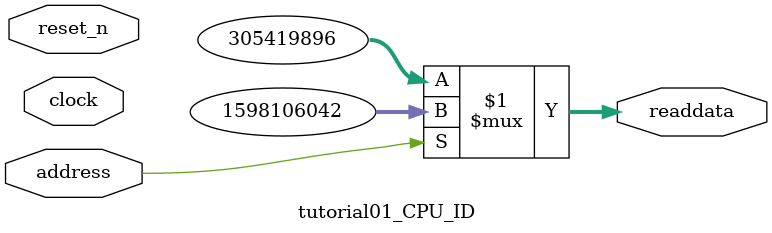
<source format=v>



// synthesis translate_off
`timescale 1ns / 1ps
// synthesis translate_on

// turn off superfluous verilog processor warnings 
// altera message_level Level1 
// altera message_off 10034 10035 10036 10037 10230 10240 10030 

module tutorial01_CPU_ID (
               // inputs:
                address,
                clock,
                reset_n,

               // outputs:
                readdata
             )
;

  output  [ 31: 0] readdata;
  input            address;
  input            clock;
  input            reset_n;

  wire    [ 31: 0] readdata;
  //control_slave, which is an e_avalon_slave
  assign readdata = address ? 1598106042 : 305419896;

endmodule



</source>
